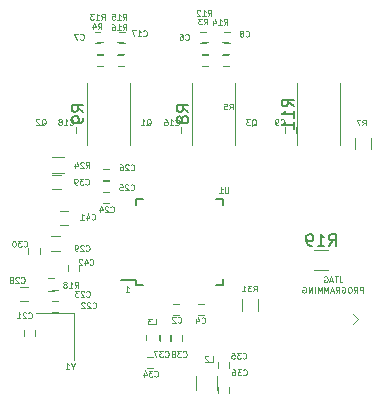
<source format=gbo>
G04 #@! TF.GenerationSoftware,KiCad,Pcbnew,(5.1.5)-3*
G04 #@! TF.CreationDate,2020-04-05T02:52:48-02:30*
G04 #@! TF.ProjectId,Thruster_Controller,54687275-7374-4657-925f-436f6e74726f,rev?*
G04 #@! TF.SameCoordinates,Original*
G04 #@! TF.FileFunction,Legend,Bot*
G04 #@! TF.FilePolarity,Positive*
%FSLAX46Y46*%
G04 Gerber Fmt 4.6, Leading zero omitted, Abs format (unit mm)*
G04 Created by KiCad (PCBNEW (5.1.5)-3) date 2020-04-05 02:52:48*
%MOMM*%
%LPD*%
G04 APERTURE LIST*
%ADD10C,0.125000*%
%ADD11C,0.150000*%
%ADD12C,0.120000*%
G04 APERTURE END LIST*
D10*
X95427142Y-106716190D02*
X95712857Y-106716190D01*
X95570000Y-106716190D02*
X95570000Y-106216190D01*
X95617619Y-106287619D01*
X95665238Y-106335238D01*
X95712857Y-106359047D01*
X113573333Y-105408690D02*
X113573333Y-105765833D01*
X113597142Y-105837261D01*
X113644761Y-105884880D01*
X113716190Y-105908690D01*
X113763809Y-105908690D01*
X113406666Y-105408690D02*
X113120952Y-105408690D01*
X113263809Y-105908690D02*
X113263809Y-105408690D01*
X112978095Y-105765833D02*
X112740000Y-105765833D01*
X113025714Y-105908690D02*
X112859047Y-105408690D01*
X112692380Y-105908690D01*
X112263809Y-105432500D02*
X112311428Y-105408690D01*
X112382857Y-105408690D01*
X112454285Y-105432500D01*
X112501904Y-105480119D01*
X112525714Y-105527738D01*
X112549523Y-105622976D01*
X112549523Y-105694404D01*
X112525714Y-105789642D01*
X112501904Y-105837261D01*
X112454285Y-105884880D01*
X112382857Y-105908690D01*
X112335238Y-105908690D01*
X112263809Y-105884880D01*
X112240000Y-105861071D01*
X112240000Y-105694404D01*
X112335238Y-105694404D01*
X115549523Y-106783690D02*
X115549523Y-106283690D01*
X115359047Y-106283690D01*
X115311428Y-106307500D01*
X115287619Y-106331309D01*
X115263809Y-106378928D01*
X115263809Y-106450357D01*
X115287619Y-106497976D01*
X115311428Y-106521785D01*
X115359047Y-106545595D01*
X115549523Y-106545595D01*
X114763809Y-106783690D02*
X114930476Y-106545595D01*
X115049523Y-106783690D02*
X115049523Y-106283690D01*
X114859047Y-106283690D01*
X114811428Y-106307500D01*
X114787619Y-106331309D01*
X114763809Y-106378928D01*
X114763809Y-106450357D01*
X114787619Y-106497976D01*
X114811428Y-106521785D01*
X114859047Y-106545595D01*
X115049523Y-106545595D01*
X114454285Y-106283690D02*
X114359047Y-106283690D01*
X114311428Y-106307500D01*
X114263809Y-106355119D01*
X114240000Y-106450357D01*
X114240000Y-106617023D01*
X114263809Y-106712261D01*
X114311428Y-106759880D01*
X114359047Y-106783690D01*
X114454285Y-106783690D01*
X114501904Y-106759880D01*
X114549523Y-106712261D01*
X114573333Y-106617023D01*
X114573333Y-106450357D01*
X114549523Y-106355119D01*
X114501904Y-106307500D01*
X114454285Y-106283690D01*
X113763809Y-106307500D02*
X113811428Y-106283690D01*
X113882857Y-106283690D01*
X113954285Y-106307500D01*
X114001904Y-106355119D01*
X114025714Y-106402738D01*
X114049523Y-106497976D01*
X114049523Y-106569404D01*
X114025714Y-106664642D01*
X114001904Y-106712261D01*
X113954285Y-106759880D01*
X113882857Y-106783690D01*
X113835238Y-106783690D01*
X113763809Y-106759880D01*
X113740000Y-106736071D01*
X113740000Y-106569404D01*
X113835238Y-106569404D01*
X113240000Y-106783690D02*
X113406666Y-106545595D01*
X113525714Y-106783690D02*
X113525714Y-106283690D01*
X113335238Y-106283690D01*
X113287619Y-106307500D01*
X113263809Y-106331309D01*
X113240000Y-106378928D01*
X113240000Y-106450357D01*
X113263809Y-106497976D01*
X113287619Y-106521785D01*
X113335238Y-106545595D01*
X113525714Y-106545595D01*
X113049523Y-106640833D02*
X112811428Y-106640833D01*
X113097142Y-106783690D02*
X112930476Y-106283690D01*
X112763809Y-106783690D01*
X112597142Y-106783690D02*
X112597142Y-106283690D01*
X112430476Y-106640833D01*
X112263809Y-106283690D01*
X112263809Y-106783690D01*
X112025714Y-106783690D02*
X112025714Y-106283690D01*
X111859047Y-106640833D01*
X111692380Y-106283690D01*
X111692380Y-106783690D01*
X111454285Y-106783690D02*
X111454285Y-106283690D01*
X111216190Y-106783690D02*
X111216190Y-106283690D01*
X110930476Y-106783690D01*
X110930476Y-106283690D01*
X110430476Y-106307500D02*
X110478095Y-106283690D01*
X110549523Y-106283690D01*
X110620952Y-106307500D01*
X110668571Y-106355119D01*
X110692380Y-106402738D01*
X110716190Y-106497976D01*
X110716190Y-106569404D01*
X110692380Y-106664642D01*
X110668571Y-106712261D01*
X110620952Y-106759880D01*
X110549523Y-106783690D01*
X110501904Y-106783690D01*
X110430476Y-106759880D01*
X110406666Y-106736071D01*
X110406666Y-106569404D01*
X110501904Y-106569404D01*
D11*
X96325000Y-105725000D02*
X95050000Y-105725000D01*
X103675000Y-106175000D02*
X103125000Y-106175000D01*
X103675000Y-98825000D02*
X103125000Y-98825000D01*
X96325000Y-98825000D02*
X96875000Y-98825000D01*
X96325000Y-106175000D02*
X96875000Y-106175000D01*
X96325000Y-98825000D02*
X96325000Y-99375000D01*
X103675000Y-98825000D02*
X103675000Y-99375000D01*
X103675000Y-106175000D02*
X103675000Y-105625000D01*
X96325000Y-106175000D02*
X96325000Y-105725000D01*
D12*
X114694077Y-109451974D02*
X115143090Y-109002962D01*
X115143090Y-109002962D02*
X114694077Y-108553949D01*
X101370000Y-113800000D02*
X101370000Y-115000000D01*
X103130000Y-115000000D02*
X103130000Y-113800000D01*
X97170000Y-110825000D02*
X97170000Y-110325000D01*
X98230000Y-110325000D02*
X98230000Y-110825000D01*
X91025000Y-108475000D02*
X91025000Y-112475000D01*
X87875000Y-108475000D02*
X91025000Y-108475000D01*
X109895000Y-92750000D02*
X109895000Y-93250000D01*
X108955000Y-93250000D02*
X108955000Y-92750000D01*
X100105000Y-93250000D02*
X100105000Y-92750000D01*
X101045000Y-92750000D02*
X101045000Y-93250000D01*
X92145000Y-92775000D02*
X92145000Y-93275000D01*
X91205000Y-93275000D02*
X91205000Y-92775000D01*
X99475000Y-107705000D02*
X99975000Y-107705000D01*
X99975000Y-108645000D02*
X99475000Y-108645000D01*
X101550000Y-107705000D02*
X102050000Y-107705000D01*
X102050000Y-108645000D02*
X101550000Y-108645000D01*
X114850000Y-93650000D02*
X114850000Y-94650000D01*
X116210000Y-94650000D02*
X116210000Y-93650000D01*
X101700000Y-84680000D02*
X102200000Y-84680000D01*
X102200000Y-85620000D02*
X101700000Y-85620000D01*
X93300000Y-85620000D02*
X92800000Y-85620000D01*
X92800000Y-84680000D02*
X93300000Y-84680000D01*
X103800000Y-84680000D02*
X104300000Y-84680000D01*
X104300000Y-85620000D02*
X103800000Y-85620000D01*
X95400000Y-85620000D02*
X94900000Y-85620000D01*
X94900000Y-84680000D02*
X95400000Y-84680000D01*
X93500000Y-98280000D02*
X94000000Y-98280000D01*
X94000000Y-99220000D02*
X93500000Y-99220000D01*
X94000000Y-98245000D02*
X93500000Y-98245000D01*
X93500000Y-97305000D02*
X94000000Y-97305000D01*
X93500000Y-96330000D02*
X94000000Y-96330000D01*
X94000000Y-97270000D02*
X93500000Y-97270000D01*
X102400000Y-86630000D02*
X101900000Y-86630000D01*
X101900000Y-85570000D02*
X102400000Y-85570000D01*
X93500000Y-86650000D02*
X93000000Y-86650000D01*
X93000000Y-85590000D02*
X93500000Y-85590000D01*
X103675000Y-86570000D02*
X104175000Y-86570000D01*
X104175000Y-87630000D02*
X103675000Y-87630000D01*
X102400000Y-87630000D02*
X101900000Y-87630000D01*
X101900000Y-86570000D02*
X102400000Y-86570000D01*
X93500000Y-87630000D02*
X93000000Y-87630000D01*
X93000000Y-86570000D02*
X93500000Y-86570000D01*
X104100000Y-86630000D02*
X103600000Y-86630000D01*
X103600000Y-85570000D02*
X104100000Y-85570000D01*
X94775000Y-86570000D02*
X95275000Y-86570000D01*
X95275000Y-87630000D02*
X94775000Y-87630000D01*
X94700000Y-85595000D02*
X95200000Y-85595000D01*
X95200000Y-86655000D02*
X94700000Y-86655000D01*
X97275000Y-112255000D02*
X97775000Y-112255000D01*
X97775000Y-113195000D02*
X97275000Y-113195000D01*
X104220000Y-112675000D02*
X104220000Y-113175000D01*
X103280000Y-113175000D02*
X103280000Y-112675000D01*
X103280000Y-115250000D02*
X103280000Y-114750000D01*
X104220000Y-114750000D02*
X104220000Y-115250000D01*
X98355000Y-110850000D02*
X98355000Y-110350000D01*
X99295000Y-110350000D02*
X99295000Y-110850000D01*
X100170000Y-110350000D02*
X100170000Y-110850000D01*
X99230000Y-110850000D02*
X99230000Y-110350000D01*
X89925000Y-96825000D02*
X89225000Y-96825000D01*
X89225000Y-98025000D02*
X89925000Y-98025000D01*
X90550000Y-99875000D02*
X89850000Y-99875000D01*
X89850000Y-101075000D02*
X90550000Y-101075000D01*
X87745000Y-109950000D02*
X87745000Y-110450000D01*
X86805000Y-110450000D02*
X86805000Y-109950000D01*
X89675000Y-108395000D02*
X89175000Y-108395000D01*
X89175000Y-107455000D02*
X89675000Y-107455000D01*
X88875000Y-105570000D02*
X89375000Y-105570000D01*
X89375000Y-106630000D02*
X88875000Y-106630000D01*
X89200000Y-106580000D02*
X89700000Y-106580000D01*
X89700000Y-107520000D02*
X89200000Y-107520000D01*
X86500000Y-107500000D02*
X87200000Y-107500000D01*
X87200000Y-106300000D02*
X86500000Y-106300000D01*
X89150000Y-103225000D02*
X89850000Y-103225000D01*
X89850000Y-102025000D02*
X89150000Y-102025000D01*
X88145000Y-103025000D02*
X88145000Y-103525000D01*
X87205000Y-103525000D02*
X87205000Y-103025000D01*
X90530000Y-104950000D02*
X90530000Y-104450000D01*
X91470000Y-104450000D02*
X91470000Y-104950000D01*
X90225000Y-95320000D02*
X89225000Y-95320000D01*
X89225000Y-96680000D02*
X90225000Y-96680000D01*
X105295000Y-107350000D02*
X105295000Y-108350000D01*
X106655000Y-108350000D02*
X106655000Y-107350000D01*
X112600000Y-103130000D02*
X111400000Y-103130000D01*
X111400000Y-104890000D02*
X112600000Y-104890000D01*
X101080000Y-89050000D02*
X101080000Y-94250000D01*
X104720000Y-94250000D02*
X104720000Y-89050000D01*
X92180000Y-89050000D02*
X92180000Y-94250000D01*
X95820000Y-94250000D02*
X95820000Y-89050000D01*
X113620000Y-94250000D02*
X113620000Y-89050000D01*
X109980000Y-89050000D02*
X109980000Y-94250000D01*
D10*
X104140952Y-97866190D02*
X104140952Y-98270952D01*
X104117142Y-98318571D01*
X104093333Y-98342380D01*
X104045714Y-98366190D01*
X103950476Y-98366190D01*
X103902857Y-98342380D01*
X103879047Y-98318571D01*
X103855238Y-98270952D01*
X103855238Y-97866190D01*
X103355238Y-98366190D02*
X103640952Y-98366190D01*
X103498095Y-98366190D02*
X103498095Y-97866190D01*
X103545714Y-97937619D01*
X103593333Y-97985238D01*
X103640952Y-98009047D01*
X97197619Y-92623809D02*
X97245238Y-92600000D01*
X97292857Y-92552380D01*
X97364285Y-92480952D01*
X97411904Y-92457142D01*
X97459523Y-92457142D01*
X97435714Y-92576190D02*
X97483333Y-92552380D01*
X97530952Y-92504761D01*
X97554761Y-92409523D01*
X97554761Y-92242857D01*
X97530952Y-92147619D01*
X97483333Y-92100000D01*
X97435714Y-92076190D01*
X97340476Y-92076190D01*
X97292857Y-92100000D01*
X97245238Y-92147619D01*
X97221428Y-92242857D01*
X97221428Y-92409523D01*
X97245238Y-92504761D01*
X97292857Y-92552380D01*
X97340476Y-92576190D01*
X97435714Y-92576190D01*
X96745238Y-92576190D02*
X97030952Y-92576190D01*
X96888095Y-92576190D02*
X96888095Y-92076190D01*
X96935714Y-92147619D01*
X96983333Y-92195238D01*
X97030952Y-92219047D01*
X102583333Y-112616190D02*
X102821428Y-112616190D01*
X102821428Y-112116190D01*
X102440476Y-112163809D02*
X102416666Y-112140000D01*
X102369047Y-112116190D01*
X102250000Y-112116190D01*
X102202380Y-112140000D01*
X102178571Y-112163809D01*
X102154761Y-112211428D01*
X102154761Y-112259047D01*
X102178571Y-112330476D01*
X102464285Y-112616190D01*
X102154761Y-112616190D01*
X97773333Y-109476190D02*
X98011428Y-109476190D01*
X98011428Y-108976190D01*
X97654285Y-108976190D02*
X97344761Y-108976190D01*
X97511428Y-109166666D01*
X97440000Y-109166666D01*
X97392380Y-109190476D01*
X97368571Y-109214285D01*
X97344761Y-109261904D01*
X97344761Y-109380952D01*
X97368571Y-109428571D01*
X97392380Y-109452380D01*
X97440000Y-109476190D01*
X97582857Y-109476190D01*
X97630476Y-109452380D01*
X97654285Y-109428571D01*
X90963095Y-113038095D02*
X90963095Y-113276190D01*
X91129761Y-112776190D02*
X90963095Y-113038095D01*
X90796428Y-112776190D01*
X90367857Y-113276190D02*
X90653571Y-113276190D01*
X90510714Y-113276190D02*
X90510714Y-112776190D01*
X90558333Y-112847619D01*
X90605952Y-112895238D01*
X90653571Y-112919047D01*
X108563333Y-92538571D02*
X108587142Y-92562380D01*
X108658571Y-92586190D01*
X108706190Y-92586190D01*
X108777619Y-92562380D01*
X108825238Y-92514761D01*
X108849047Y-92467142D01*
X108872857Y-92371904D01*
X108872857Y-92300476D01*
X108849047Y-92205238D01*
X108825238Y-92157619D01*
X108777619Y-92110000D01*
X108706190Y-92086190D01*
X108658571Y-92086190D01*
X108587142Y-92110000D01*
X108563333Y-92133809D01*
X108325238Y-92586190D02*
X108230000Y-92586190D01*
X108182380Y-92562380D01*
X108158571Y-92538571D01*
X108110952Y-92467142D01*
X108087142Y-92371904D01*
X108087142Y-92181428D01*
X108110952Y-92133809D01*
X108134761Y-92110000D01*
X108182380Y-92086190D01*
X108277619Y-92086190D01*
X108325238Y-92110000D01*
X108349047Y-92133809D01*
X108372857Y-92181428D01*
X108372857Y-92300476D01*
X108349047Y-92348095D01*
X108325238Y-92371904D01*
X108277619Y-92395714D01*
X108182380Y-92395714D01*
X108134761Y-92371904D01*
X108110952Y-92348095D01*
X108087142Y-92300476D01*
X99651428Y-92558571D02*
X99675238Y-92582380D01*
X99746666Y-92606190D01*
X99794285Y-92606190D01*
X99865714Y-92582380D01*
X99913333Y-92534761D01*
X99937142Y-92487142D01*
X99960952Y-92391904D01*
X99960952Y-92320476D01*
X99937142Y-92225238D01*
X99913333Y-92177619D01*
X99865714Y-92130000D01*
X99794285Y-92106190D01*
X99746666Y-92106190D01*
X99675238Y-92130000D01*
X99651428Y-92153809D01*
X99175238Y-92606190D02*
X99460952Y-92606190D01*
X99318095Y-92606190D02*
X99318095Y-92106190D01*
X99365714Y-92177619D01*
X99413333Y-92225238D01*
X99460952Y-92249047D01*
X98746666Y-92106190D02*
X98841904Y-92106190D01*
X98889523Y-92130000D01*
X98913333Y-92153809D01*
X98960952Y-92225238D01*
X98984761Y-92320476D01*
X98984761Y-92510952D01*
X98960952Y-92558571D01*
X98937142Y-92582380D01*
X98889523Y-92606190D01*
X98794285Y-92606190D01*
X98746666Y-92582380D01*
X98722857Y-92558571D01*
X98699047Y-92510952D01*
X98699047Y-92391904D01*
X98722857Y-92344285D01*
X98746666Y-92320476D01*
X98794285Y-92296666D01*
X98889523Y-92296666D01*
X98937142Y-92320476D01*
X98960952Y-92344285D01*
X98984761Y-92391904D01*
X90701428Y-92528571D02*
X90725238Y-92552380D01*
X90796666Y-92576190D01*
X90844285Y-92576190D01*
X90915714Y-92552380D01*
X90963333Y-92504761D01*
X90987142Y-92457142D01*
X91010952Y-92361904D01*
X91010952Y-92290476D01*
X90987142Y-92195238D01*
X90963333Y-92147619D01*
X90915714Y-92100000D01*
X90844285Y-92076190D01*
X90796666Y-92076190D01*
X90725238Y-92100000D01*
X90701428Y-92123809D01*
X90225238Y-92576190D02*
X90510952Y-92576190D01*
X90368095Y-92576190D02*
X90368095Y-92076190D01*
X90415714Y-92147619D01*
X90463333Y-92195238D01*
X90510952Y-92219047D01*
X89939523Y-92290476D02*
X89987142Y-92266666D01*
X90010952Y-92242857D01*
X90034761Y-92195238D01*
X90034761Y-92171428D01*
X90010952Y-92123809D01*
X89987142Y-92100000D01*
X89939523Y-92076190D01*
X89844285Y-92076190D01*
X89796666Y-92100000D01*
X89772857Y-92123809D01*
X89749047Y-92171428D01*
X89749047Y-92195238D01*
X89772857Y-92242857D01*
X89796666Y-92266666D01*
X89844285Y-92290476D01*
X89939523Y-92290476D01*
X89987142Y-92314285D01*
X90010952Y-92338095D01*
X90034761Y-92385714D01*
X90034761Y-92480952D01*
X90010952Y-92528571D01*
X89987142Y-92552380D01*
X89939523Y-92576190D01*
X89844285Y-92576190D01*
X89796666Y-92552380D01*
X89772857Y-92528571D01*
X89749047Y-92480952D01*
X89749047Y-92385714D01*
X89772857Y-92338095D01*
X89796666Y-92314285D01*
X89844285Y-92290476D01*
X99853333Y-109278571D02*
X99877142Y-109302380D01*
X99948571Y-109326190D01*
X99996190Y-109326190D01*
X100067619Y-109302380D01*
X100115238Y-109254761D01*
X100139047Y-109207142D01*
X100162857Y-109111904D01*
X100162857Y-109040476D01*
X100139047Y-108945238D01*
X100115238Y-108897619D01*
X100067619Y-108850000D01*
X99996190Y-108826190D01*
X99948571Y-108826190D01*
X99877142Y-108850000D01*
X99853333Y-108873809D01*
X99662857Y-108873809D02*
X99639047Y-108850000D01*
X99591428Y-108826190D01*
X99472380Y-108826190D01*
X99424761Y-108850000D01*
X99400952Y-108873809D01*
X99377142Y-108921428D01*
X99377142Y-108969047D01*
X99400952Y-109040476D01*
X99686666Y-109326190D01*
X99377142Y-109326190D01*
X101863333Y-109318571D02*
X101887142Y-109342380D01*
X101958571Y-109366190D01*
X102006190Y-109366190D01*
X102077619Y-109342380D01*
X102125238Y-109294761D01*
X102149047Y-109247142D01*
X102172857Y-109151904D01*
X102172857Y-109080476D01*
X102149047Y-108985238D01*
X102125238Y-108937619D01*
X102077619Y-108890000D01*
X102006190Y-108866190D01*
X101958571Y-108866190D01*
X101887142Y-108890000D01*
X101863333Y-108913809D01*
X101434761Y-109032857D02*
X101434761Y-109366190D01*
X101553809Y-108842380D02*
X101672857Y-109199523D01*
X101363333Y-109199523D01*
X115483333Y-92626190D02*
X115650000Y-92388095D01*
X115769047Y-92626190D02*
X115769047Y-92126190D01*
X115578571Y-92126190D01*
X115530952Y-92150000D01*
X115507142Y-92173809D01*
X115483333Y-92221428D01*
X115483333Y-92292857D01*
X115507142Y-92340476D01*
X115530952Y-92364285D01*
X115578571Y-92388095D01*
X115769047Y-92388095D01*
X115316666Y-92126190D02*
X114983333Y-92126190D01*
X115197619Y-92626190D01*
X100483333Y-85338571D02*
X100507142Y-85362380D01*
X100578571Y-85386190D01*
X100626190Y-85386190D01*
X100697619Y-85362380D01*
X100745238Y-85314761D01*
X100769047Y-85267142D01*
X100792857Y-85171904D01*
X100792857Y-85100476D01*
X100769047Y-85005238D01*
X100745238Y-84957619D01*
X100697619Y-84910000D01*
X100626190Y-84886190D01*
X100578571Y-84886190D01*
X100507142Y-84910000D01*
X100483333Y-84933809D01*
X100054761Y-84886190D02*
X100150000Y-84886190D01*
X100197619Y-84910000D01*
X100221428Y-84933809D01*
X100269047Y-85005238D01*
X100292857Y-85100476D01*
X100292857Y-85290952D01*
X100269047Y-85338571D01*
X100245238Y-85362380D01*
X100197619Y-85386190D01*
X100102380Y-85386190D01*
X100054761Y-85362380D01*
X100030952Y-85338571D01*
X100007142Y-85290952D01*
X100007142Y-85171904D01*
X100030952Y-85124285D01*
X100054761Y-85100476D01*
X100102380Y-85076666D01*
X100197619Y-85076666D01*
X100245238Y-85100476D01*
X100269047Y-85124285D01*
X100292857Y-85171904D01*
X91593333Y-85328571D02*
X91617142Y-85352380D01*
X91688571Y-85376190D01*
X91736190Y-85376190D01*
X91807619Y-85352380D01*
X91855238Y-85304761D01*
X91879047Y-85257142D01*
X91902857Y-85161904D01*
X91902857Y-85090476D01*
X91879047Y-84995238D01*
X91855238Y-84947619D01*
X91807619Y-84900000D01*
X91736190Y-84876190D01*
X91688571Y-84876190D01*
X91617142Y-84900000D01*
X91593333Y-84923809D01*
X91426666Y-84876190D02*
X91093333Y-84876190D01*
X91307619Y-85376190D01*
X105603333Y-85058571D02*
X105627142Y-85082380D01*
X105698571Y-85106190D01*
X105746190Y-85106190D01*
X105817619Y-85082380D01*
X105865238Y-85034761D01*
X105889047Y-84987142D01*
X105912857Y-84891904D01*
X105912857Y-84820476D01*
X105889047Y-84725238D01*
X105865238Y-84677619D01*
X105817619Y-84630000D01*
X105746190Y-84606190D01*
X105698571Y-84606190D01*
X105627142Y-84630000D01*
X105603333Y-84653809D01*
X105317619Y-84820476D02*
X105365238Y-84796666D01*
X105389047Y-84772857D01*
X105412857Y-84725238D01*
X105412857Y-84701428D01*
X105389047Y-84653809D01*
X105365238Y-84630000D01*
X105317619Y-84606190D01*
X105222380Y-84606190D01*
X105174761Y-84630000D01*
X105150952Y-84653809D01*
X105127142Y-84701428D01*
X105127142Y-84725238D01*
X105150952Y-84772857D01*
X105174761Y-84796666D01*
X105222380Y-84820476D01*
X105317619Y-84820476D01*
X105365238Y-84844285D01*
X105389047Y-84868095D01*
X105412857Y-84915714D01*
X105412857Y-85010952D01*
X105389047Y-85058571D01*
X105365238Y-85082380D01*
X105317619Y-85106190D01*
X105222380Y-85106190D01*
X105174761Y-85082380D01*
X105150952Y-85058571D01*
X105127142Y-85010952D01*
X105127142Y-84915714D01*
X105150952Y-84868095D01*
X105174761Y-84844285D01*
X105222380Y-84820476D01*
X96931428Y-85028571D02*
X96955238Y-85052380D01*
X97026666Y-85076190D01*
X97074285Y-85076190D01*
X97145714Y-85052380D01*
X97193333Y-85004761D01*
X97217142Y-84957142D01*
X97240952Y-84861904D01*
X97240952Y-84790476D01*
X97217142Y-84695238D01*
X97193333Y-84647619D01*
X97145714Y-84600000D01*
X97074285Y-84576190D01*
X97026666Y-84576190D01*
X96955238Y-84600000D01*
X96931428Y-84623809D01*
X96455238Y-85076190D02*
X96740952Y-85076190D01*
X96598095Y-85076190D02*
X96598095Y-84576190D01*
X96645714Y-84647619D01*
X96693333Y-84695238D01*
X96740952Y-84719047D01*
X96288571Y-84576190D02*
X95955238Y-84576190D01*
X96169523Y-85076190D01*
X94151428Y-99928571D02*
X94175238Y-99952380D01*
X94246666Y-99976190D01*
X94294285Y-99976190D01*
X94365714Y-99952380D01*
X94413333Y-99904761D01*
X94437142Y-99857142D01*
X94460952Y-99761904D01*
X94460952Y-99690476D01*
X94437142Y-99595238D01*
X94413333Y-99547619D01*
X94365714Y-99500000D01*
X94294285Y-99476190D01*
X94246666Y-99476190D01*
X94175238Y-99500000D01*
X94151428Y-99523809D01*
X93960952Y-99523809D02*
X93937142Y-99500000D01*
X93889523Y-99476190D01*
X93770476Y-99476190D01*
X93722857Y-99500000D01*
X93699047Y-99523809D01*
X93675238Y-99571428D01*
X93675238Y-99619047D01*
X93699047Y-99690476D01*
X93984761Y-99976190D01*
X93675238Y-99976190D01*
X93246666Y-99642857D02*
X93246666Y-99976190D01*
X93365714Y-99452380D02*
X93484761Y-99809523D01*
X93175238Y-99809523D01*
X95851428Y-98068571D02*
X95875238Y-98092380D01*
X95946666Y-98116190D01*
X95994285Y-98116190D01*
X96065714Y-98092380D01*
X96113333Y-98044761D01*
X96137142Y-97997142D01*
X96160952Y-97901904D01*
X96160952Y-97830476D01*
X96137142Y-97735238D01*
X96113333Y-97687619D01*
X96065714Y-97640000D01*
X95994285Y-97616190D01*
X95946666Y-97616190D01*
X95875238Y-97640000D01*
X95851428Y-97663809D01*
X95660952Y-97663809D02*
X95637142Y-97640000D01*
X95589523Y-97616190D01*
X95470476Y-97616190D01*
X95422857Y-97640000D01*
X95399047Y-97663809D01*
X95375238Y-97711428D01*
X95375238Y-97759047D01*
X95399047Y-97830476D01*
X95684761Y-98116190D01*
X95375238Y-98116190D01*
X94922857Y-97616190D02*
X95160952Y-97616190D01*
X95184761Y-97854285D01*
X95160952Y-97830476D01*
X95113333Y-97806666D01*
X94994285Y-97806666D01*
X94946666Y-97830476D01*
X94922857Y-97854285D01*
X94899047Y-97901904D01*
X94899047Y-98020952D01*
X94922857Y-98068571D01*
X94946666Y-98092380D01*
X94994285Y-98116190D01*
X95113333Y-98116190D01*
X95160952Y-98092380D01*
X95184761Y-98068571D01*
X95871428Y-96378571D02*
X95895238Y-96402380D01*
X95966666Y-96426190D01*
X96014285Y-96426190D01*
X96085714Y-96402380D01*
X96133333Y-96354761D01*
X96157142Y-96307142D01*
X96180952Y-96211904D01*
X96180952Y-96140476D01*
X96157142Y-96045238D01*
X96133333Y-95997619D01*
X96085714Y-95950000D01*
X96014285Y-95926190D01*
X95966666Y-95926190D01*
X95895238Y-95950000D01*
X95871428Y-95973809D01*
X95680952Y-95973809D02*
X95657142Y-95950000D01*
X95609523Y-95926190D01*
X95490476Y-95926190D01*
X95442857Y-95950000D01*
X95419047Y-95973809D01*
X95395238Y-96021428D01*
X95395238Y-96069047D01*
X95419047Y-96140476D01*
X95704761Y-96426190D01*
X95395238Y-96426190D01*
X94966666Y-95926190D02*
X95061904Y-95926190D01*
X95109523Y-95950000D01*
X95133333Y-95973809D01*
X95180952Y-96045238D01*
X95204761Y-96140476D01*
X95204761Y-96330952D01*
X95180952Y-96378571D01*
X95157142Y-96402380D01*
X95109523Y-96426190D01*
X95014285Y-96426190D01*
X94966666Y-96402380D01*
X94942857Y-96378571D01*
X94919047Y-96330952D01*
X94919047Y-96211904D01*
X94942857Y-96164285D01*
X94966666Y-96140476D01*
X95014285Y-96116666D01*
X95109523Y-96116666D01*
X95157142Y-96140476D01*
X95180952Y-96164285D01*
X95204761Y-96211904D01*
X102063333Y-84076190D02*
X102230000Y-83838095D01*
X102349047Y-84076190D02*
X102349047Y-83576190D01*
X102158571Y-83576190D01*
X102110952Y-83600000D01*
X102087142Y-83623809D01*
X102063333Y-83671428D01*
X102063333Y-83742857D01*
X102087142Y-83790476D01*
X102110952Y-83814285D01*
X102158571Y-83838095D01*
X102349047Y-83838095D01*
X101896666Y-83576190D02*
X101587142Y-83576190D01*
X101753809Y-83766666D01*
X101682380Y-83766666D01*
X101634761Y-83790476D01*
X101610952Y-83814285D01*
X101587142Y-83861904D01*
X101587142Y-83980952D01*
X101610952Y-84028571D01*
X101634761Y-84052380D01*
X101682380Y-84076190D01*
X101825238Y-84076190D01*
X101872857Y-84052380D01*
X101896666Y-84028571D01*
X93093333Y-84486190D02*
X93260000Y-84248095D01*
X93379047Y-84486190D02*
X93379047Y-83986190D01*
X93188571Y-83986190D01*
X93140952Y-84010000D01*
X93117142Y-84033809D01*
X93093333Y-84081428D01*
X93093333Y-84152857D01*
X93117142Y-84200476D01*
X93140952Y-84224285D01*
X93188571Y-84248095D01*
X93379047Y-84248095D01*
X92664761Y-84152857D02*
X92664761Y-84486190D01*
X92783809Y-83962380D02*
X92902857Y-84319523D01*
X92593333Y-84319523D01*
X104213333Y-91266190D02*
X104380000Y-91028095D01*
X104499047Y-91266190D02*
X104499047Y-90766190D01*
X104308571Y-90766190D01*
X104260952Y-90790000D01*
X104237142Y-90813809D01*
X104213333Y-90861428D01*
X104213333Y-90932857D01*
X104237142Y-90980476D01*
X104260952Y-91004285D01*
X104308571Y-91028095D01*
X104499047Y-91028095D01*
X103760952Y-90766190D02*
X103999047Y-90766190D01*
X104022857Y-91004285D01*
X103999047Y-90980476D01*
X103951428Y-90956666D01*
X103832380Y-90956666D01*
X103784761Y-90980476D01*
X103760952Y-91004285D01*
X103737142Y-91051904D01*
X103737142Y-91170952D01*
X103760952Y-91218571D01*
X103784761Y-91242380D01*
X103832380Y-91266190D01*
X103951428Y-91266190D01*
X103999047Y-91242380D01*
X104022857Y-91218571D01*
X102391428Y-83356190D02*
X102558095Y-83118095D01*
X102677142Y-83356190D02*
X102677142Y-82856190D01*
X102486666Y-82856190D01*
X102439047Y-82880000D01*
X102415238Y-82903809D01*
X102391428Y-82951428D01*
X102391428Y-83022857D01*
X102415238Y-83070476D01*
X102439047Y-83094285D01*
X102486666Y-83118095D01*
X102677142Y-83118095D01*
X101915238Y-83356190D02*
X102200952Y-83356190D01*
X102058095Y-83356190D02*
X102058095Y-82856190D01*
X102105714Y-82927619D01*
X102153333Y-82975238D01*
X102200952Y-82999047D01*
X101724761Y-82903809D02*
X101700952Y-82880000D01*
X101653333Y-82856190D01*
X101534285Y-82856190D01*
X101486666Y-82880000D01*
X101462857Y-82903809D01*
X101439047Y-82951428D01*
X101439047Y-82999047D01*
X101462857Y-83070476D01*
X101748571Y-83356190D01*
X101439047Y-83356190D01*
X93371428Y-83666190D02*
X93538095Y-83428095D01*
X93657142Y-83666190D02*
X93657142Y-83166190D01*
X93466666Y-83166190D01*
X93419047Y-83190000D01*
X93395238Y-83213809D01*
X93371428Y-83261428D01*
X93371428Y-83332857D01*
X93395238Y-83380476D01*
X93419047Y-83404285D01*
X93466666Y-83428095D01*
X93657142Y-83428095D01*
X92895238Y-83666190D02*
X93180952Y-83666190D01*
X93038095Y-83666190D02*
X93038095Y-83166190D01*
X93085714Y-83237619D01*
X93133333Y-83285238D01*
X93180952Y-83309047D01*
X92728571Y-83166190D02*
X92419047Y-83166190D01*
X92585714Y-83356666D01*
X92514285Y-83356666D01*
X92466666Y-83380476D01*
X92442857Y-83404285D01*
X92419047Y-83451904D01*
X92419047Y-83570952D01*
X92442857Y-83618571D01*
X92466666Y-83642380D01*
X92514285Y-83666190D01*
X92657142Y-83666190D01*
X92704761Y-83642380D01*
X92728571Y-83618571D01*
X103771428Y-84106190D02*
X103938095Y-83868095D01*
X104057142Y-84106190D02*
X104057142Y-83606190D01*
X103866666Y-83606190D01*
X103819047Y-83630000D01*
X103795238Y-83653809D01*
X103771428Y-83701428D01*
X103771428Y-83772857D01*
X103795238Y-83820476D01*
X103819047Y-83844285D01*
X103866666Y-83868095D01*
X104057142Y-83868095D01*
X103295238Y-84106190D02*
X103580952Y-84106190D01*
X103438095Y-84106190D02*
X103438095Y-83606190D01*
X103485714Y-83677619D01*
X103533333Y-83725238D01*
X103580952Y-83749047D01*
X102866666Y-83772857D02*
X102866666Y-84106190D01*
X102985714Y-83582380D02*
X103104761Y-83939523D01*
X102795238Y-83939523D01*
X95201428Y-83676190D02*
X95368095Y-83438095D01*
X95487142Y-83676190D02*
X95487142Y-83176190D01*
X95296666Y-83176190D01*
X95249047Y-83200000D01*
X95225238Y-83223809D01*
X95201428Y-83271428D01*
X95201428Y-83342857D01*
X95225238Y-83390476D01*
X95249047Y-83414285D01*
X95296666Y-83438095D01*
X95487142Y-83438095D01*
X94725238Y-83676190D02*
X95010952Y-83676190D01*
X94868095Y-83676190D02*
X94868095Y-83176190D01*
X94915714Y-83247619D01*
X94963333Y-83295238D01*
X95010952Y-83319047D01*
X94272857Y-83176190D02*
X94510952Y-83176190D01*
X94534761Y-83414285D01*
X94510952Y-83390476D01*
X94463333Y-83366666D01*
X94344285Y-83366666D01*
X94296666Y-83390476D01*
X94272857Y-83414285D01*
X94249047Y-83461904D01*
X94249047Y-83580952D01*
X94272857Y-83628571D01*
X94296666Y-83652380D01*
X94344285Y-83676190D01*
X94463333Y-83676190D01*
X94510952Y-83652380D01*
X94534761Y-83628571D01*
X95191428Y-84556190D02*
X95358095Y-84318095D01*
X95477142Y-84556190D02*
X95477142Y-84056190D01*
X95286666Y-84056190D01*
X95239047Y-84080000D01*
X95215238Y-84103809D01*
X95191428Y-84151428D01*
X95191428Y-84222857D01*
X95215238Y-84270476D01*
X95239047Y-84294285D01*
X95286666Y-84318095D01*
X95477142Y-84318095D01*
X94715238Y-84556190D02*
X95000952Y-84556190D01*
X94858095Y-84556190D02*
X94858095Y-84056190D01*
X94905714Y-84127619D01*
X94953333Y-84175238D01*
X95000952Y-84199047D01*
X94286666Y-84056190D02*
X94381904Y-84056190D01*
X94429523Y-84080000D01*
X94453333Y-84103809D01*
X94500952Y-84175238D01*
X94524761Y-84270476D01*
X94524761Y-84460952D01*
X94500952Y-84508571D01*
X94477142Y-84532380D01*
X94429523Y-84556190D01*
X94334285Y-84556190D01*
X94286666Y-84532380D01*
X94262857Y-84508571D01*
X94239047Y-84460952D01*
X94239047Y-84341904D01*
X94262857Y-84294285D01*
X94286666Y-84270476D01*
X94334285Y-84246666D01*
X94429523Y-84246666D01*
X94477142Y-84270476D01*
X94500952Y-84294285D01*
X94524761Y-84341904D01*
X88307619Y-92613809D02*
X88355238Y-92590000D01*
X88402857Y-92542380D01*
X88474285Y-92470952D01*
X88521904Y-92447142D01*
X88569523Y-92447142D01*
X88545714Y-92566190D02*
X88593333Y-92542380D01*
X88640952Y-92494761D01*
X88664761Y-92399523D01*
X88664761Y-92232857D01*
X88640952Y-92137619D01*
X88593333Y-92090000D01*
X88545714Y-92066190D01*
X88450476Y-92066190D01*
X88402857Y-92090000D01*
X88355238Y-92137619D01*
X88331428Y-92232857D01*
X88331428Y-92399523D01*
X88355238Y-92494761D01*
X88402857Y-92542380D01*
X88450476Y-92566190D01*
X88545714Y-92566190D01*
X88140952Y-92113809D02*
X88117142Y-92090000D01*
X88069523Y-92066190D01*
X87950476Y-92066190D01*
X87902857Y-92090000D01*
X87879047Y-92113809D01*
X87855238Y-92161428D01*
X87855238Y-92209047D01*
X87879047Y-92280476D01*
X88164761Y-92566190D01*
X87855238Y-92566190D01*
X106117619Y-92663809D02*
X106165238Y-92640000D01*
X106212857Y-92592380D01*
X106284285Y-92520952D01*
X106331904Y-92497142D01*
X106379523Y-92497142D01*
X106355714Y-92616190D02*
X106403333Y-92592380D01*
X106450952Y-92544761D01*
X106474761Y-92449523D01*
X106474761Y-92282857D01*
X106450952Y-92187619D01*
X106403333Y-92140000D01*
X106355714Y-92116190D01*
X106260476Y-92116190D01*
X106212857Y-92140000D01*
X106165238Y-92187619D01*
X106141428Y-92282857D01*
X106141428Y-92449523D01*
X106165238Y-92544761D01*
X106212857Y-92592380D01*
X106260476Y-92616190D01*
X106355714Y-92616190D01*
X105974761Y-92116190D02*
X105665238Y-92116190D01*
X105831904Y-92306666D01*
X105760476Y-92306666D01*
X105712857Y-92330476D01*
X105689047Y-92354285D01*
X105665238Y-92401904D01*
X105665238Y-92520952D01*
X105689047Y-92568571D01*
X105712857Y-92592380D01*
X105760476Y-92616190D01*
X105903333Y-92616190D01*
X105950952Y-92592380D01*
X105974761Y-92568571D01*
X97871428Y-113838571D02*
X97895238Y-113862380D01*
X97966666Y-113886190D01*
X98014285Y-113886190D01*
X98085714Y-113862380D01*
X98133333Y-113814761D01*
X98157142Y-113767142D01*
X98180952Y-113671904D01*
X98180952Y-113600476D01*
X98157142Y-113505238D01*
X98133333Y-113457619D01*
X98085714Y-113410000D01*
X98014285Y-113386190D01*
X97966666Y-113386190D01*
X97895238Y-113410000D01*
X97871428Y-113433809D01*
X97704761Y-113386190D02*
X97395238Y-113386190D01*
X97561904Y-113576666D01*
X97490476Y-113576666D01*
X97442857Y-113600476D01*
X97419047Y-113624285D01*
X97395238Y-113671904D01*
X97395238Y-113790952D01*
X97419047Y-113838571D01*
X97442857Y-113862380D01*
X97490476Y-113886190D01*
X97633333Y-113886190D01*
X97680952Y-113862380D01*
X97704761Y-113838571D01*
X96966666Y-113552857D02*
X96966666Y-113886190D01*
X97085714Y-113362380D02*
X97204761Y-113719523D01*
X96895238Y-113719523D01*
X105341428Y-112328571D02*
X105365238Y-112352380D01*
X105436666Y-112376190D01*
X105484285Y-112376190D01*
X105555714Y-112352380D01*
X105603333Y-112304761D01*
X105627142Y-112257142D01*
X105650952Y-112161904D01*
X105650952Y-112090476D01*
X105627142Y-111995238D01*
X105603333Y-111947619D01*
X105555714Y-111900000D01*
X105484285Y-111876190D01*
X105436666Y-111876190D01*
X105365238Y-111900000D01*
X105341428Y-111923809D01*
X105174761Y-111876190D02*
X104865238Y-111876190D01*
X105031904Y-112066666D01*
X104960476Y-112066666D01*
X104912857Y-112090476D01*
X104889047Y-112114285D01*
X104865238Y-112161904D01*
X104865238Y-112280952D01*
X104889047Y-112328571D01*
X104912857Y-112352380D01*
X104960476Y-112376190D01*
X105103333Y-112376190D01*
X105150952Y-112352380D01*
X105174761Y-112328571D01*
X104412857Y-111876190D02*
X104650952Y-111876190D01*
X104674761Y-112114285D01*
X104650952Y-112090476D01*
X104603333Y-112066666D01*
X104484285Y-112066666D01*
X104436666Y-112090476D01*
X104412857Y-112114285D01*
X104389047Y-112161904D01*
X104389047Y-112280952D01*
X104412857Y-112328571D01*
X104436666Y-112352380D01*
X104484285Y-112376190D01*
X104603333Y-112376190D01*
X104650952Y-112352380D01*
X104674761Y-112328571D01*
X105391428Y-113728571D02*
X105415238Y-113752380D01*
X105486666Y-113776190D01*
X105534285Y-113776190D01*
X105605714Y-113752380D01*
X105653333Y-113704761D01*
X105677142Y-113657142D01*
X105700952Y-113561904D01*
X105700952Y-113490476D01*
X105677142Y-113395238D01*
X105653333Y-113347619D01*
X105605714Y-113300000D01*
X105534285Y-113276190D01*
X105486666Y-113276190D01*
X105415238Y-113300000D01*
X105391428Y-113323809D01*
X105224761Y-113276190D02*
X104915238Y-113276190D01*
X105081904Y-113466666D01*
X105010476Y-113466666D01*
X104962857Y-113490476D01*
X104939047Y-113514285D01*
X104915238Y-113561904D01*
X104915238Y-113680952D01*
X104939047Y-113728571D01*
X104962857Y-113752380D01*
X105010476Y-113776190D01*
X105153333Y-113776190D01*
X105200952Y-113752380D01*
X105224761Y-113728571D01*
X104486666Y-113276190D02*
X104581904Y-113276190D01*
X104629523Y-113300000D01*
X104653333Y-113323809D01*
X104700952Y-113395238D01*
X104724761Y-113490476D01*
X104724761Y-113680952D01*
X104700952Y-113728571D01*
X104677142Y-113752380D01*
X104629523Y-113776190D01*
X104534285Y-113776190D01*
X104486666Y-113752380D01*
X104462857Y-113728571D01*
X104439047Y-113680952D01*
X104439047Y-113561904D01*
X104462857Y-113514285D01*
X104486666Y-113490476D01*
X104534285Y-113466666D01*
X104629523Y-113466666D01*
X104677142Y-113490476D01*
X104700952Y-113514285D01*
X104724761Y-113561904D01*
X98771428Y-112178571D02*
X98795238Y-112202380D01*
X98866666Y-112226190D01*
X98914285Y-112226190D01*
X98985714Y-112202380D01*
X99033333Y-112154761D01*
X99057142Y-112107142D01*
X99080952Y-112011904D01*
X99080952Y-111940476D01*
X99057142Y-111845238D01*
X99033333Y-111797619D01*
X98985714Y-111750000D01*
X98914285Y-111726190D01*
X98866666Y-111726190D01*
X98795238Y-111750000D01*
X98771428Y-111773809D01*
X98604761Y-111726190D02*
X98295238Y-111726190D01*
X98461904Y-111916666D01*
X98390476Y-111916666D01*
X98342857Y-111940476D01*
X98319047Y-111964285D01*
X98295238Y-112011904D01*
X98295238Y-112130952D01*
X98319047Y-112178571D01*
X98342857Y-112202380D01*
X98390476Y-112226190D01*
X98533333Y-112226190D01*
X98580952Y-112202380D01*
X98604761Y-112178571D01*
X98128571Y-111726190D02*
X97795238Y-111726190D01*
X98009523Y-112226190D01*
X100291428Y-112188571D02*
X100315238Y-112212380D01*
X100386666Y-112236190D01*
X100434285Y-112236190D01*
X100505714Y-112212380D01*
X100553333Y-112164761D01*
X100577142Y-112117142D01*
X100600952Y-112021904D01*
X100600952Y-111950476D01*
X100577142Y-111855238D01*
X100553333Y-111807619D01*
X100505714Y-111760000D01*
X100434285Y-111736190D01*
X100386666Y-111736190D01*
X100315238Y-111760000D01*
X100291428Y-111783809D01*
X100124761Y-111736190D02*
X99815238Y-111736190D01*
X99981904Y-111926666D01*
X99910476Y-111926666D01*
X99862857Y-111950476D01*
X99839047Y-111974285D01*
X99815238Y-112021904D01*
X99815238Y-112140952D01*
X99839047Y-112188571D01*
X99862857Y-112212380D01*
X99910476Y-112236190D01*
X100053333Y-112236190D01*
X100100952Y-112212380D01*
X100124761Y-112188571D01*
X99529523Y-111950476D02*
X99577142Y-111926666D01*
X99600952Y-111902857D01*
X99624761Y-111855238D01*
X99624761Y-111831428D01*
X99600952Y-111783809D01*
X99577142Y-111760000D01*
X99529523Y-111736190D01*
X99434285Y-111736190D01*
X99386666Y-111760000D01*
X99362857Y-111783809D01*
X99339047Y-111831428D01*
X99339047Y-111855238D01*
X99362857Y-111902857D01*
X99386666Y-111926666D01*
X99434285Y-111950476D01*
X99529523Y-111950476D01*
X99577142Y-111974285D01*
X99600952Y-111998095D01*
X99624761Y-112045714D01*
X99624761Y-112140952D01*
X99600952Y-112188571D01*
X99577142Y-112212380D01*
X99529523Y-112236190D01*
X99434285Y-112236190D01*
X99386666Y-112212380D01*
X99362857Y-112188571D01*
X99339047Y-112140952D01*
X99339047Y-112045714D01*
X99362857Y-111998095D01*
X99386666Y-111974285D01*
X99434285Y-111950476D01*
X92031428Y-97598571D02*
X92055238Y-97622380D01*
X92126666Y-97646190D01*
X92174285Y-97646190D01*
X92245714Y-97622380D01*
X92293333Y-97574761D01*
X92317142Y-97527142D01*
X92340952Y-97431904D01*
X92340952Y-97360476D01*
X92317142Y-97265238D01*
X92293333Y-97217619D01*
X92245714Y-97170000D01*
X92174285Y-97146190D01*
X92126666Y-97146190D01*
X92055238Y-97170000D01*
X92031428Y-97193809D01*
X91864761Y-97146190D02*
X91555238Y-97146190D01*
X91721904Y-97336666D01*
X91650476Y-97336666D01*
X91602857Y-97360476D01*
X91579047Y-97384285D01*
X91555238Y-97431904D01*
X91555238Y-97550952D01*
X91579047Y-97598571D01*
X91602857Y-97622380D01*
X91650476Y-97646190D01*
X91793333Y-97646190D01*
X91840952Y-97622380D01*
X91864761Y-97598571D01*
X91317142Y-97646190D02*
X91221904Y-97646190D01*
X91174285Y-97622380D01*
X91150476Y-97598571D01*
X91102857Y-97527142D01*
X91079047Y-97431904D01*
X91079047Y-97241428D01*
X91102857Y-97193809D01*
X91126666Y-97170000D01*
X91174285Y-97146190D01*
X91269523Y-97146190D01*
X91317142Y-97170000D01*
X91340952Y-97193809D01*
X91364761Y-97241428D01*
X91364761Y-97360476D01*
X91340952Y-97408095D01*
X91317142Y-97431904D01*
X91269523Y-97455714D01*
X91174285Y-97455714D01*
X91126666Y-97431904D01*
X91102857Y-97408095D01*
X91079047Y-97360476D01*
X92561428Y-100548571D02*
X92585238Y-100572380D01*
X92656666Y-100596190D01*
X92704285Y-100596190D01*
X92775714Y-100572380D01*
X92823333Y-100524761D01*
X92847142Y-100477142D01*
X92870952Y-100381904D01*
X92870952Y-100310476D01*
X92847142Y-100215238D01*
X92823333Y-100167619D01*
X92775714Y-100120000D01*
X92704285Y-100096190D01*
X92656666Y-100096190D01*
X92585238Y-100120000D01*
X92561428Y-100143809D01*
X92132857Y-100262857D02*
X92132857Y-100596190D01*
X92251904Y-100072380D02*
X92370952Y-100429523D01*
X92061428Y-100429523D01*
X91609047Y-100596190D02*
X91894761Y-100596190D01*
X91751904Y-100596190D02*
X91751904Y-100096190D01*
X91799523Y-100167619D01*
X91847142Y-100215238D01*
X91894761Y-100239047D01*
X87191428Y-108908571D02*
X87215238Y-108932380D01*
X87286666Y-108956190D01*
X87334285Y-108956190D01*
X87405714Y-108932380D01*
X87453333Y-108884761D01*
X87477142Y-108837142D01*
X87500952Y-108741904D01*
X87500952Y-108670476D01*
X87477142Y-108575238D01*
X87453333Y-108527619D01*
X87405714Y-108480000D01*
X87334285Y-108456190D01*
X87286666Y-108456190D01*
X87215238Y-108480000D01*
X87191428Y-108503809D01*
X87000952Y-108503809D02*
X86977142Y-108480000D01*
X86929523Y-108456190D01*
X86810476Y-108456190D01*
X86762857Y-108480000D01*
X86739047Y-108503809D01*
X86715238Y-108551428D01*
X86715238Y-108599047D01*
X86739047Y-108670476D01*
X87024761Y-108956190D01*
X86715238Y-108956190D01*
X86239047Y-108956190D02*
X86524761Y-108956190D01*
X86381904Y-108956190D02*
X86381904Y-108456190D01*
X86429523Y-108527619D01*
X86477142Y-108575238D01*
X86524761Y-108599047D01*
X92631428Y-108048571D02*
X92655238Y-108072380D01*
X92726666Y-108096190D01*
X92774285Y-108096190D01*
X92845714Y-108072380D01*
X92893333Y-108024761D01*
X92917142Y-107977142D01*
X92940952Y-107881904D01*
X92940952Y-107810476D01*
X92917142Y-107715238D01*
X92893333Y-107667619D01*
X92845714Y-107620000D01*
X92774285Y-107596190D01*
X92726666Y-107596190D01*
X92655238Y-107620000D01*
X92631428Y-107643809D01*
X92440952Y-107643809D02*
X92417142Y-107620000D01*
X92369523Y-107596190D01*
X92250476Y-107596190D01*
X92202857Y-107620000D01*
X92179047Y-107643809D01*
X92155238Y-107691428D01*
X92155238Y-107739047D01*
X92179047Y-107810476D01*
X92464761Y-108096190D01*
X92155238Y-108096190D01*
X91964761Y-107643809D02*
X91940952Y-107620000D01*
X91893333Y-107596190D01*
X91774285Y-107596190D01*
X91726666Y-107620000D01*
X91702857Y-107643809D01*
X91679047Y-107691428D01*
X91679047Y-107739047D01*
X91702857Y-107810476D01*
X91988571Y-108096190D01*
X91679047Y-108096190D01*
X91111428Y-106366190D02*
X91278095Y-106128095D01*
X91397142Y-106366190D02*
X91397142Y-105866190D01*
X91206666Y-105866190D01*
X91159047Y-105890000D01*
X91135238Y-105913809D01*
X91111428Y-105961428D01*
X91111428Y-106032857D01*
X91135238Y-106080476D01*
X91159047Y-106104285D01*
X91206666Y-106128095D01*
X91397142Y-106128095D01*
X90635238Y-106366190D02*
X90920952Y-106366190D01*
X90778095Y-106366190D02*
X90778095Y-105866190D01*
X90825714Y-105937619D01*
X90873333Y-105985238D01*
X90920952Y-106009047D01*
X90349523Y-106080476D02*
X90397142Y-106056666D01*
X90420952Y-106032857D01*
X90444761Y-105985238D01*
X90444761Y-105961428D01*
X90420952Y-105913809D01*
X90397142Y-105890000D01*
X90349523Y-105866190D01*
X90254285Y-105866190D01*
X90206666Y-105890000D01*
X90182857Y-105913809D01*
X90159047Y-105961428D01*
X90159047Y-105985238D01*
X90182857Y-106032857D01*
X90206666Y-106056666D01*
X90254285Y-106080476D01*
X90349523Y-106080476D01*
X90397142Y-106104285D01*
X90420952Y-106128095D01*
X90444761Y-106175714D01*
X90444761Y-106270952D01*
X90420952Y-106318571D01*
X90397142Y-106342380D01*
X90349523Y-106366190D01*
X90254285Y-106366190D01*
X90206666Y-106342380D01*
X90182857Y-106318571D01*
X90159047Y-106270952D01*
X90159047Y-106175714D01*
X90182857Y-106128095D01*
X90206666Y-106104285D01*
X90254285Y-106080476D01*
X92101428Y-107088571D02*
X92125238Y-107112380D01*
X92196666Y-107136190D01*
X92244285Y-107136190D01*
X92315714Y-107112380D01*
X92363333Y-107064761D01*
X92387142Y-107017142D01*
X92410952Y-106921904D01*
X92410952Y-106850476D01*
X92387142Y-106755238D01*
X92363333Y-106707619D01*
X92315714Y-106660000D01*
X92244285Y-106636190D01*
X92196666Y-106636190D01*
X92125238Y-106660000D01*
X92101428Y-106683809D01*
X91910952Y-106683809D02*
X91887142Y-106660000D01*
X91839523Y-106636190D01*
X91720476Y-106636190D01*
X91672857Y-106660000D01*
X91649047Y-106683809D01*
X91625238Y-106731428D01*
X91625238Y-106779047D01*
X91649047Y-106850476D01*
X91934761Y-107136190D01*
X91625238Y-107136190D01*
X91458571Y-106636190D02*
X91149047Y-106636190D01*
X91315714Y-106826666D01*
X91244285Y-106826666D01*
X91196666Y-106850476D01*
X91172857Y-106874285D01*
X91149047Y-106921904D01*
X91149047Y-107040952D01*
X91172857Y-107088571D01*
X91196666Y-107112380D01*
X91244285Y-107136190D01*
X91387142Y-107136190D01*
X91434761Y-107112380D01*
X91458571Y-107088571D01*
X86581428Y-105908571D02*
X86605238Y-105932380D01*
X86676666Y-105956190D01*
X86724285Y-105956190D01*
X86795714Y-105932380D01*
X86843333Y-105884761D01*
X86867142Y-105837142D01*
X86890952Y-105741904D01*
X86890952Y-105670476D01*
X86867142Y-105575238D01*
X86843333Y-105527619D01*
X86795714Y-105480000D01*
X86724285Y-105456190D01*
X86676666Y-105456190D01*
X86605238Y-105480000D01*
X86581428Y-105503809D01*
X86390952Y-105503809D02*
X86367142Y-105480000D01*
X86319523Y-105456190D01*
X86200476Y-105456190D01*
X86152857Y-105480000D01*
X86129047Y-105503809D01*
X86105238Y-105551428D01*
X86105238Y-105599047D01*
X86129047Y-105670476D01*
X86414761Y-105956190D01*
X86105238Y-105956190D01*
X85819523Y-105670476D02*
X85867142Y-105646666D01*
X85890952Y-105622857D01*
X85914761Y-105575238D01*
X85914761Y-105551428D01*
X85890952Y-105503809D01*
X85867142Y-105480000D01*
X85819523Y-105456190D01*
X85724285Y-105456190D01*
X85676666Y-105480000D01*
X85652857Y-105503809D01*
X85629047Y-105551428D01*
X85629047Y-105575238D01*
X85652857Y-105622857D01*
X85676666Y-105646666D01*
X85724285Y-105670476D01*
X85819523Y-105670476D01*
X85867142Y-105694285D01*
X85890952Y-105718095D01*
X85914761Y-105765714D01*
X85914761Y-105860952D01*
X85890952Y-105908571D01*
X85867142Y-105932380D01*
X85819523Y-105956190D01*
X85724285Y-105956190D01*
X85676666Y-105932380D01*
X85652857Y-105908571D01*
X85629047Y-105860952D01*
X85629047Y-105765714D01*
X85652857Y-105718095D01*
X85676666Y-105694285D01*
X85724285Y-105670476D01*
X92071428Y-103208571D02*
X92095238Y-103232380D01*
X92166666Y-103256190D01*
X92214285Y-103256190D01*
X92285714Y-103232380D01*
X92333333Y-103184761D01*
X92357142Y-103137142D01*
X92380952Y-103041904D01*
X92380952Y-102970476D01*
X92357142Y-102875238D01*
X92333333Y-102827619D01*
X92285714Y-102780000D01*
X92214285Y-102756190D01*
X92166666Y-102756190D01*
X92095238Y-102780000D01*
X92071428Y-102803809D01*
X91880952Y-102803809D02*
X91857142Y-102780000D01*
X91809523Y-102756190D01*
X91690476Y-102756190D01*
X91642857Y-102780000D01*
X91619047Y-102803809D01*
X91595238Y-102851428D01*
X91595238Y-102899047D01*
X91619047Y-102970476D01*
X91904761Y-103256190D01*
X91595238Y-103256190D01*
X91357142Y-103256190D02*
X91261904Y-103256190D01*
X91214285Y-103232380D01*
X91190476Y-103208571D01*
X91142857Y-103137142D01*
X91119047Y-103041904D01*
X91119047Y-102851428D01*
X91142857Y-102803809D01*
X91166666Y-102780000D01*
X91214285Y-102756190D01*
X91309523Y-102756190D01*
X91357142Y-102780000D01*
X91380952Y-102803809D01*
X91404761Y-102851428D01*
X91404761Y-102970476D01*
X91380952Y-103018095D01*
X91357142Y-103041904D01*
X91309523Y-103065714D01*
X91214285Y-103065714D01*
X91166666Y-103041904D01*
X91142857Y-103018095D01*
X91119047Y-102970476D01*
X86791428Y-102848571D02*
X86815238Y-102872380D01*
X86886666Y-102896190D01*
X86934285Y-102896190D01*
X87005714Y-102872380D01*
X87053333Y-102824761D01*
X87077142Y-102777142D01*
X87100952Y-102681904D01*
X87100952Y-102610476D01*
X87077142Y-102515238D01*
X87053333Y-102467619D01*
X87005714Y-102420000D01*
X86934285Y-102396190D01*
X86886666Y-102396190D01*
X86815238Y-102420000D01*
X86791428Y-102443809D01*
X86624761Y-102396190D02*
X86315238Y-102396190D01*
X86481904Y-102586666D01*
X86410476Y-102586666D01*
X86362857Y-102610476D01*
X86339047Y-102634285D01*
X86315238Y-102681904D01*
X86315238Y-102800952D01*
X86339047Y-102848571D01*
X86362857Y-102872380D01*
X86410476Y-102896190D01*
X86553333Y-102896190D01*
X86600952Y-102872380D01*
X86624761Y-102848571D01*
X86005714Y-102396190D02*
X85958095Y-102396190D01*
X85910476Y-102420000D01*
X85886666Y-102443809D01*
X85862857Y-102491428D01*
X85839047Y-102586666D01*
X85839047Y-102705714D01*
X85862857Y-102800952D01*
X85886666Y-102848571D01*
X85910476Y-102872380D01*
X85958095Y-102896190D01*
X86005714Y-102896190D01*
X86053333Y-102872380D01*
X86077142Y-102848571D01*
X86100952Y-102800952D01*
X86124761Y-102705714D01*
X86124761Y-102586666D01*
X86100952Y-102491428D01*
X86077142Y-102443809D01*
X86053333Y-102420000D01*
X86005714Y-102396190D01*
X92401428Y-104388571D02*
X92425238Y-104412380D01*
X92496666Y-104436190D01*
X92544285Y-104436190D01*
X92615714Y-104412380D01*
X92663333Y-104364761D01*
X92687142Y-104317142D01*
X92710952Y-104221904D01*
X92710952Y-104150476D01*
X92687142Y-104055238D01*
X92663333Y-104007619D01*
X92615714Y-103960000D01*
X92544285Y-103936190D01*
X92496666Y-103936190D01*
X92425238Y-103960000D01*
X92401428Y-103983809D01*
X91972857Y-104102857D02*
X91972857Y-104436190D01*
X92091904Y-103912380D02*
X92210952Y-104269523D01*
X91901428Y-104269523D01*
X91734761Y-103983809D02*
X91710952Y-103960000D01*
X91663333Y-103936190D01*
X91544285Y-103936190D01*
X91496666Y-103960000D01*
X91472857Y-103983809D01*
X91449047Y-104031428D01*
X91449047Y-104079047D01*
X91472857Y-104150476D01*
X91758571Y-104436190D01*
X91449047Y-104436190D01*
X92071428Y-96226190D02*
X92238095Y-95988095D01*
X92357142Y-96226190D02*
X92357142Y-95726190D01*
X92166666Y-95726190D01*
X92119047Y-95750000D01*
X92095238Y-95773809D01*
X92071428Y-95821428D01*
X92071428Y-95892857D01*
X92095238Y-95940476D01*
X92119047Y-95964285D01*
X92166666Y-95988095D01*
X92357142Y-95988095D01*
X91880952Y-95773809D02*
X91857142Y-95750000D01*
X91809523Y-95726190D01*
X91690476Y-95726190D01*
X91642857Y-95750000D01*
X91619047Y-95773809D01*
X91595238Y-95821428D01*
X91595238Y-95869047D01*
X91619047Y-95940476D01*
X91904761Y-96226190D01*
X91595238Y-96226190D01*
X91166666Y-95892857D02*
X91166666Y-96226190D01*
X91285714Y-95702380D02*
X91404761Y-96059523D01*
X91095238Y-96059523D01*
X106241428Y-106676190D02*
X106408095Y-106438095D01*
X106527142Y-106676190D02*
X106527142Y-106176190D01*
X106336666Y-106176190D01*
X106289047Y-106200000D01*
X106265238Y-106223809D01*
X106241428Y-106271428D01*
X106241428Y-106342857D01*
X106265238Y-106390476D01*
X106289047Y-106414285D01*
X106336666Y-106438095D01*
X106527142Y-106438095D01*
X106074761Y-106176190D02*
X105765238Y-106176190D01*
X105931904Y-106366666D01*
X105860476Y-106366666D01*
X105812857Y-106390476D01*
X105789047Y-106414285D01*
X105765238Y-106461904D01*
X105765238Y-106580952D01*
X105789047Y-106628571D01*
X105812857Y-106652380D01*
X105860476Y-106676190D01*
X106003333Y-106676190D01*
X106050952Y-106652380D01*
X106074761Y-106628571D01*
X105289047Y-106676190D02*
X105574761Y-106676190D01*
X105431904Y-106676190D02*
X105431904Y-106176190D01*
X105479523Y-106247619D01*
X105527142Y-106295238D01*
X105574761Y-106319047D01*
D11*
X112642857Y-102812380D02*
X112976190Y-102336190D01*
X113214285Y-102812380D02*
X113214285Y-101812380D01*
X112833333Y-101812380D01*
X112738095Y-101860000D01*
X112690476Y-101907619D01*
X112642857Y-102002857D01*
X112642857Y-102145714D01*
X112690476Y-102240952D01*
X112738095Y-102288571D01*
X112833333Y-102336190D01*
X113214285Y-102336190D01*
X111690476Y-102812380D02*
X112261904Y-102812380D01*
X111976190Y-102812380D02*
X111976190Y-101812380D01*
X112071428Y-101955238D01*
X112166666Y-102050476D01*
X112261904Y-102098095D01*
X111214285Y-102812380D02*
X111023809Y-102812380D01*
X110928571Y-102764761D01*
X110880952Y-102717142D01*
X110785714Y-102574285D01*
X110738095Y-102383809D01*
X110738095Y-102002857D01*
X110785714Y-101907619D01*
X110833333Y-101860000D01*
X110928571Y-101812380D01*
X111119047Y-101812380D01*
X111214285Y-101860000D01*
X111261904Y-101907619D01*
X111309523Y-102002857D01*
X111309523Y-102240952D01*
X111261904Y-102336190D01*
X111214285Y-102383809D01*
X111119047Y-102431428D01*
X110928571Y-102431428D01*
X110833333Y-102383809D01*
X110785714Y-102336190D01*
X110738095Y-102240952D01*
X100752380Y-91483333D02*
X100276190Y-91150000D01*
X100752380Y-90911904D02*
X99752380Y-90911904D01*
X99752380Y-91292857D01*
X99800000Y-91388095D01*
X99847619Y-91435714D01*
X99942857Y-91483333D01*
X100085714Y-91483333D01*
X100180952Y-91435714D01*
X100228571Y-91388095D01*
X100276190Y-91292857D01*
X100276190Y-90911904D01*
X100180952Y-92054761D02*
X100133333Y-91959523D01*
X100085714Y-91911904D01*
X99990476Y-91864285D01*
X99942857Y-91864285D01*
X99847619Y-91911904D01*
X99800000Y-91959523D01*
X99752380Y-92054761D01*
X99752380Y-92245238D01*
X99800000Y-92340476D01*
X99847619Y-92388095D01*
X99942857Y-92435714D01*
X99990476Y-92435714D01*
X100085714Y-92388095D01*
X100133333Y-92340476D01*
X100180952Y-92245238D01*
X100180952Y-92054761D01*
X100228571Y-91959523D01*
X100276190Y-91911904D01*
X100371428Y-91864285D01*
X100561904Y-91864285D01*
X100657142Y-91911904D01*
X100704761Y-91959523D01*
X100752380Y-92054761D01*
X100752380Y-92245238D01*
X100704761Y-92340476D01*
X100657142Y-92388095D01*
X100561904Y-92435714D01*
X100371428Y-92435714D01*
X100276190Y-92388095D01*
X100228571Y-92340476D01*
X100180952Y-92245238D01*
X91852380Y-91483333D02*
X91376190Y-91150000D01*
X91852380Y-90911904D02*
X90852380Y-90911904D01*
X90852380Y-91292857D01*
X90900000Y-91388095D01*
X90947619Y-91435714D01*
X91042857Y-91483333D01*
X91185714Y-91483333D01*
X91280952Y-91435714D01*
X91328571Y-91388095D01*
X91376190Y-91292857D01*
X91376190Y-90911904D01*
X91852380Y-91959523D02*
X91852380Y-92150000D01*
X91804761Y-92245238D01*
X91757142Y-92292857D01*
X91614285Y-92388095D01*
X91423809Y-92435714D01*
X91042857Y-92435714D01*
X90947619Y-92388095D01*
X90900000Y-92340476D01*
X90852380Y-92245238D01*
X90852380Y-92054761D01*
X90900000Y-91959523D01*
X90947619Y-91911904D01*
X91042857Y-91864285D01*
X91280952Y-91864285D01*
X91376190Y-91911904D01*
X91423809Y-91959523D01*
X91471428Y-92054761D01*
X91471428Y-92245238D01*
X91423809Y-92340476D01*
X91376190Y-92388095D01*
X91280952Y-92435714D01*
X109652380Y-91007142D02*
X109176190Y-90673809D01*
X109652380Y-90435714D02*
X108652380Y-90435714D01*
X108652380Y-90816666D01*
X108700000Y-90911904D01*
X108747619Y-90959523D01*
X108842857Y-91007142D01*
X108985714Y-91007142D01*
X109080952Y-90959523D01*
X109128571Y-90911904D01*
X109176190Y-90816666D01*
X109176190Y-90435714D01*
X109652380Y-91959523D02*
X109652380Y-91388095D01*
X109652380Y-91673809D02*
X108652380Y-91673809D01*
X108795238Y-91578571D01*
X108890476Y-91483333D01*
X108938095Y-91388095D01*
X109652380Y-92911904D02*
X109652380Y-92340476D01*
X109652380Y-92626190D02*
X108652380Y-92626190D01*
X108795238Y-92530952D01*
X108890476Y-92435714D01*
X108938095Y-92340476D01*
M02*

</source>
